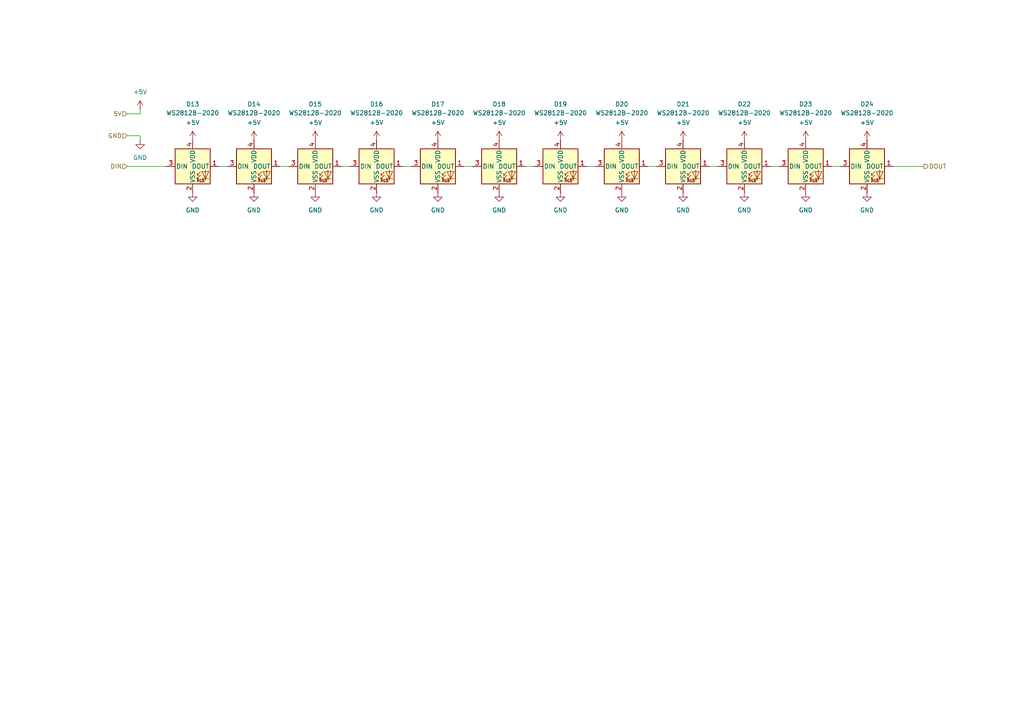
<source format=kicad_sch>
(kicad_sch (version 20250114) (generator "eeschema") (generator_version "9.0")
  (paper "A4")
  (lib_symbols
    (symbol "LED:WS2812B-2020" (pin_names (offset 0.254))
      (property "Reference" "D" (at 5.08 5.715 0))
      (property "Value" "WS2812B-2020" (at 1.27 -5.715 0))
      (symbol "WS2812B-2020_0_0"
        (text "RGB" (at 2.286 -4.191 0) (effects (font (size 0.762 0.762))))
      )
      (symbol "WS2812B-2020_0_1"
        (polyline (pts (xy 1.27 -2.54) (xy 1.778 -2.54)))
        (polyline (pts (xy 1.27 -3.556) (xy 1.778 -3.556)))
        (polyline (pts (xy 2.286 -1.524) (xy 1.27 -2.54) (xy 1.27 -2.032)))
        (polyline (pts (xy 2.286 -2.54) (xy 1.27 -3.556) (xy 1.27 -3.048)))
        (polyline (pts (xy 3.683 -1.016) (xy 3.683 -3.556) (xy 3.683 -4.064)))
        (polyline (pts (xy 4.699 -1.524) (xy 2.667 -1.524) (xy 3.683 -3.556) (xy 4.699 -1.524)))
        (polyline (pts (xy 4.699 -3.556) (xy 2.667 -3.556)))
        (rectangle (start 5.08 5.08) (end -5.08 -5.08) (stroke (width 0.254)) (fill (type background)))
      )
      (symbol "WS2812B-2020_1_1"
        (pin input line (at -7.62 0 0) (length 2.54) (name "DIN") (number "3"))
        (pin power_in line (at 0 7.62 270) (length 2.54) (name "VDD") (number "4"))
        (pin power_in line (at 0 -7.62 90) (length 2.54) (name "VSS") (number "2"))
        (pin output line (at 7.62 0 180) (length 2.54) (name "DOUT") (number "1"))
      )
    )
    (symbol "power:+5V" (power) (pin_numbers (hide yes)) (pin_names (offset 0) (hide yes))
      (property "Value" "+5V" (at 0 3.556 0))
      (symbol "+5V_0_1"
        (polyline (pts (xy -0.762 1.27) (xy 0 2.54)))
        (polyline (pts (xy 0 2.54) (xy 0.762 1.27)))
        (polyline (pts (xy 0 0) (xy 0 2.54)))
      )
      (symbol "+5V_1_1"
        (pin power_in line (at 0 0 90) (length 0) (name "~") (number "1"))
      )
    )
    (symbol "power:GND" (power) (pin_numbers (hide yes)) (pin_names (offset 0) (hide yes))
      (property "Value" "GND" (at 0 -3.81 0))
      (symbol "GND_0_1"
        (polyline (pts (xy 0 0) (xy 0 -1.27) (xy 1.27 -1.27) (xy 0 -2.54) (xy -1.27 -1.27) (xy 0 -1.27)))
      )
      (symbol "GND_1_1"
        (pin power_in line (at 0 0 270) (length 0) (name "~") (number "1"))
      )
    )
  )
  (wire (pts (xy 259.08 48.26) (xy 267.97 48.26)))
  (wire (pts (xy 40.64 40.64) (xy 40.64 39.37)))
  (wire (pts (xy 99.06 48.26) (xy 101.6 48.26)))
  (wire (pts (xy 116.84 48.26) (xy 119.38 48.26)))
  (wire (pts (xy 170.18 48.26) (xy 172.72 48.26)))
  (wire (pts (xy 63.5 48.26) (xy 66.04 48.26)))
  (wire (pts (xy 187.96 48.26) (xy 190.5 48.26)))
  (wire (pts (xy 40.64 31.75) (xy 40.64 33.02)))
  (wire (pts (xy 241.3 48.26) (xy 243.84 48.26)))
  (wire (pts (xy 81.28 48.26) (xy 83.82 48.26)))
  (wire (pts (xy 223.52 48.26) (xy 226.06 48.26)))
  (wire (pts (xy 40.64 39.37) (xy 36.83 39.37)))
  (wire (pts (xy 36.83 48.26) (xy 48.26 48.26)))
  (wire (pts (xy 134.62 48.26) (xy 137.16 48.26)))
  (wire (pts (xy 205.74 48.26) (xy 208.28 48.26)))
  (wire (pts (xy 40.64 33.02) (xy 36.83 33.02)))
  (wire (pts (xy 152.4 48.26) (xy 154.94 48.26)))
  (hierarchical_label "GND" (shape input) (at 36.83 39.37 180))
  (hierarchical_label "DOUT" (shape output) (at 267.97 48.26 0))
  (hierarchical_label "5V" (shape input) (at 36.83 33.02 180))
  (hierarchical_label "DIN" (shape input) (at 36.83 48.26 180))
  (symbol (lib_id "power:GND") (at 40.64 40.64 0) (unit 1)
    (property "Reference" "#PWR02" (effects (hide yes)))
    (property "Value" "GND" (at 40.64 45.72 0))
    (property "Description" "Power symbol creates a global label with name \"GND\" , ground" (effects (hide yes)))
    (instances (project "BLE_LED_Dongle" (path "" (reference "#PWR030") (unit 1)) (path "" (reference "#PWR0118") (unit 1)) (path "" (reference "#PWR0314") (unit 1)) (path "" (reference "#PWR062") (unit 1)) (path "" (reference "#PWR0146") (unit 1)) (path "" (reference "#PWR02") (unit 1)) (path "" (reference "#PWR0202") (unit 1)) (path "" (reference "#PWR0174") (unit 1)) (path "" (reference "#PWR0258") (unit 1)) (path "" (reference "#PWR0230") (unit 1)) (path "" (reference "#PWR090") (unit 1)) (path "" (reference "#PWR0286") (unit 1))))
  )
  (symbol (lib_id "power:+5V") (at 162.56 40.64 0) (unit 1)
    (property "Reference" "#PWR09" (effects (hide yes)))
    (property "Value" "+5V" (at 162.56 35.56 0))
    (property "Description" "Power symbol creates a global label with name \"+5V\"" (effects (hide yes)))
    (instances (project "BLE_LED_Dongle" (path "" (reference "#PWR037") (unit 1)) (path "" (reference "#PWR0125") (unit 1)) (path "" (reference "#PWR0321") (unit 1)) (path "" (reference "#PWR069") (unit 1)) (path "" (reference "#PWR0153") (unit 1)) (path "" (reference "#PWR09") (unit 1)) (path "" (reference "#PWR0209") (unit 1)) (path "" (reference "#PWR0181") (unit 1)) (path "" (reference "#PWR0265") (unit 1)) (path "" (reference "#PWR0237") (unit 1)) (path "" (reference "#PWR097") (unit 1)) (path "" (reference "#PWR0293") (unit 1))))
  )
  (symbol (lib_id "power:GND") (at 55.88 55.88 0) (unit 1)
    (property "Reference" "#PWR015" (effects (hide yes)))
    (property "Value" "GND" (at 55.88 60.96 0))
    (property "Description" "Power symbol creates a global label with name \"GND\" , ground" (effects (hide yes)))
    (instances (project "BLE_LED_Dongle" (path "" (reference "#PWR043") (unit 1)) (path "" (reference "#PWR0131") (unit 1)) (path "" (reference "#PWR0327") (unit 1)) (path "" (reference "#PWR075") (unit 1)) (path "" (reference "#PWR0159") (unit 1)) (path "" (reference "#PWR015") (unit 1)) (path "" (reference "#PWR0215") (unit 1)) (path "" (reference "#PWR0187") (unit 1)) (path "" (reference "#PWR0271") (unit 1)) (path "" (reference "#PWR0243") (unit 1)) (path "" (reference "#PWR0103") (unit 1)) (path "" (reference "#PWR0299") (unit 1))))
  )
  (symbol (lib_id "power:GND") (at 91.44 55.88 0) (unit 1)
    (property "Reference" "#PWR017" (effects (hide yes)))
    (property "Value" "GND" (at 91.44 60.96 0))
    (property "Description" "Power symbol creates a global label with name \"GND\" , ground" (effects (hide yes)))
    (instances (project "BLE_LED_Dongle" (path "" (reference "#PWR045") (unit 1)) (path "" (reference "#PWR0133") (unit 1)) (path "" (reference "#PWR0329") (unit 1)) (path "" (reference "#PWR077") (unit 1)) (path "" (reference "#PWR0161") (unit 1)) (path "" (reference "#PWR017") (unit 1)) (path "" (reference "#PWR0217") (unit 1)) (path "" (reference "#PWR0189") (unit 1)) (path "" (reference "#PWR0273") (unit 1)) (path "" (reference "#PWR0245") (unit 1)) (path "" (reference "#PWR0105") (unit 1)) (path "" (reference "#PWR0301") (unit 1))))
  )
  (symbol (lib_id "power:GND") (at 215.9 55.88 0) (unit 1)
    (property "Reference" "#PWR024" (effects (hide yes)))
    (property "Value" "GND" (at 215.9 60.96 0))
    (property "Description" "Power symbol creates a global label with name \"GND\" , ground" (effects (hide yes)))
    (instances (project "BLE_LED_Dongle" (path "" (reference "#PWR052") (unit 1)) (path "" (reference "#PWR0140") (unit 1)) (path "" (reference "#PWR0336") (unit 1)) (path "" (reference "#PWR084") (unit 1)) (path "" (reference "#PWR0168") (unit 1)) (path "" (reference "#PWR024") (unit 1)) (path "" (reference "#PWR0224") (unit 1)) (path "" (reference "#PWR0196") (unit 1)) (path "" (reference "#PWR0280") (unit 1)) (path "" (reference "#PWR0252") (unit 1)) (path "" (reference "#PWR0112") (unit 1)) (path "" (reference "#PWR0308") (unit 1))))
  )
  (symbol (lib_id "power:GND") (at 144.78 55.88 0) (unit 1)
    (property "Reference" "#PWR020" (effects (hide yes)))
    (property "Value" "GND" (at 144.78 60.96 0))
    (property "Description" "Power symbol creates a global label with name \"GND\" , ground" (effects (hide yes)))
    (instances (project "BLE_LED_Dongle" (path "" (reference "#PWR048") (unit 1)) (path "" (reference "#PWR0136") (unit 1)) (path "" (reference "#PWR0332") (unit 1)) (path "" (reference "#PWR080") (unit 1)) (path "" (reference "#PWR0164") (unit 1)) (path "" (reference "#PWR020") (unit 1)) (path "" (reference "#PWR0220") (unit 1)) (path "" (reference "#PWR0192") (unit 1)) (path "" (reference "#PWR0276") (unit 1)) (path "" (reference "#PWR0248") (unit 1)) (path "" (reference "#PWR0108") (unit 1)) (path "" (reference "#PWR0304") (unit 1))))
  )
  (symbol (lib_id "LED:WS2812B-2020") (at 233.68 48.26 0) (unit 1)
    (property "Reference" "D11" (at 233.68 30.226 0))
    (property "Value" "WS2812B-2020" (at 233.68 32.766 0))
    (property "Footprint" "LED_SMD:LED_WS2812B-2020_PLCC4_2.0x2.0mm" (effects (hide yes)))
    (property "Datasheet" "https://cdn-shop.adafruit.com/product-files/4684/4684_WS2812B-2020_V1.3_EN.pdf" (effects (hide yes)))
    (property "Description" "RGB LED with integrated controller, 2.0 x 2.0 mm, 12 mA" (effects (hide yes)))
    (property "LCSC" "C965555" (effects (hide yes)))
    (instances (project "BLE_LED_Dongle" (path "" (reference "D23") (unit 1)) (path "" (reference "D59") (unit 1)) (path "" (reference "D143") (unit 1)) (path "" (reference "D35") (unit 1)) (path "" (reference "D71") (unit 1)) (path "" (reference "D11") (unit 1)) (path "" (reference "D95") (unit 1)) (path "" (reference "D83") (unit 1)) (path "" (reference "D119") (unit 1)) (path "" (reference "D107") (unit 1)) (path "" (reference "D47") (unit 1)) (path "" (reference "D131") (unit 1))))
  )
  (symbol (lib_id "power:GND") (at 198.12 55.88 0) (unit 1)
    (property "Reference" "#PWR023" (effects (hide yes)))
    (property "Value" "GND" (at 198.12 60.96 0))
    (property "Description" "Power symbol creates a global label with name \"GND\" , ground" (effects (hide yes)))
    (instances (project "BLE_LED_Dongle" (path "" (reference "#PWR051") (unit 1)) (path "" (reference "#PWR0139") (unit 1)) (path "" (reference "#PWR0335") (unit 1)) (path "" (reference "#PWR083") (unit 1)) (path "" (reference "#PWR0167") (unit 1)) (path "" (reference "#PWR023") (unit 1)) (path "" (reference "#PWR0223") (unit 1)) (path "" (reference "#PWR0195") (unit 1)) (path "" (reference "#PWR0279") (unit 1)) (path "" (reference "#PWR0251") (unit 1)) (path "" (reference "#PWR0111") (unit 1)) (path "" (reference "#PWR0307") (unit 1))))
  )
  (symbol (lib_id "power:+5V") (at 91.44 40.64 0) (unit 1)
    (property "Reference" "#PWR05" (effects (hide yes)))
    (property "Value" "+5V" (at 91.44 35.56 0))
    (property "Description" "Power symbol creates a global label with name \"+5V\"" (effects (hide yes)))
    (instances (project "BLE_LED_Dongle" (path "" (reference "#PWR033") (unit 1)) (path "" (reference "#PWR0121") (unit 1)) (path "" (reference "#PWR0317") (unit 1)) (path "" (reference "#PWR065") (unit 1)) (path "" (reference "#PWR0149") (unit 1)) (path "" (reference "#PWR05") (unit 1)) (path "" (reference "#PWR0205") (unit 1)) (path "" (reference "#PWR0177") (unit 1)) (path "" (reference "#PWR0261") (unit 1)) (path "" (reference "#PWR0233") (unit 1)) (path "" (reference "#PWR093") (unit 1)) (path "" (reference "#PWR0289") (unit 1))))
  )
  (symbol (lib_id "power:+5V") (at 180.34 40.64 0) (unit 1)
    (property "Reference" "#PWR010" (effects (hide yes)))
    (property "Value" "+5V" (at 180.34 35.56 0))
    (property "Description" "Power symbol creates a global label with name \"+5V\"" (effects (hide yes)))
    (instances (project "BLE_LED_Dongle" (path "" (reference "#PWR038") (unit 1)) (path "" (reference "#PWR0126") (unit 1)) (path "" (reference "#PWR0322") (unit 1)) (path "" (reference "#PWR070") (unit 1)) (path "" (reference "#PWR0154") (unit 1)) (path "" (reference "#PWR010") (unit 1)) (path "" (reference "#PWR0210") (unit 1)) (path "" (reference "#PWR0182") (unit 1)) (path "" (reference "#PWR0266") (unit 1)) (path "" (reference "#PWR0238") (unit 1)) (path "" (reference "#PWR098") (unit 1)) (path "" (reference "#PWR0294") (unit 1))))
  )
  (symbol (lib_id "LED:WS2812B-2020") (at 55.88 48.26 0) (unit 1)
    (property "Reference" "D1" (at 55.88 30.226 0))
    (property "Value" "WS2812B-2020" (at 55.88 32.766 0))
    (property "Footprint" "LED_SMD:LED_WS2812B-2020_PLCC4_2.0x2.0mm" (effects (hide yes)))
    (property "Datasheet" "https://cdn-shop.adafruit.com/product-files/4684/4684_WS2812B-2020_V1.3_EN.pdf" (effects (hide yes)))
    (property "Description" "RGB LED with integrated controller, 2.0 x 2.0 mm, 12 mA" (effects (hide yes)))
    (property "LCSC" "C965555" (effects (hide yes)))
    (instances (project "BLE_LED_Dongle" (path "" (reference "D13") (unit 1)) (path "" (reference "D49") (unit 1)) (path "" (reference "D133") (unit 1)) (path "" (reference "D25") (unit 1)) (path "" (reference "D61") (unit 1)) (path "" (reference "D1") (unit 1)) (path "" (reference "D85") (unit 1)) (path "" (reference "D73") (unit 1)) (path "" (reference "D109") (unit 1)) (path "" (reference "D97") (unit 1)) (path "" (reference "D37") (unit 1)) (path "" (reference "D121") (unit 1))))
  )
  (symbol (lib_id "power:GND") (at 162.56 55.88 0) (unit 1)
    (property "Reference" "#PWR021" (effects (hide yes)))
    (property "Value" "GND" (at 162.56 60.96 0))
    (property "Description" "Power symbol creates a global label with name \"GND\" , ground" (effects (hide yes)))
    (instances (project "BLE_LED_Dongle" (path "" (reference "#PWR049") (unit 1)) (path "" (reference "#PWR0137") (unit 1)) (path "" (reference "#PWR0333") (unit 1)) (path "" (reference "#PWR081") (unit 1)) (path "" (reference "#PWR0165") (unit 1)) (path "" (reference "#PWR021") (unit 1)) (path "" (reference "#PWR0221") (unit 1)) (path "" (reference "#PWR0193") (unit 1)) (path "" (reference "#PWR0277") (unit 1)) (path "" (reference "#PWR0249") (unit 1)) (path "" (reference "#PWR0109") (unit 1)) (path "" (reference "#PWR0305") (unit 1))))
  )
  (symbol (lib_id "power:GND") (at 180.34 55.88 0) (unit 1)
    (property "Reference" "#PWR022" (effects (hide yes)))
    (property "Value" "GND" (at 180.34 60.96 0))
    (property "Description" "Power symbol creates a global label with name \"GND\" , ground" (effects (hide yes)))
    (instances (project "BLE_LED_Dongle" (path "" (reference "#PWR050") (unit 1)) (path "" (reference "#PWR0138") (unit 1)) (path "" (reference "#PWR0334") (unit 1)) (path "" (reference "#PWR082") (unit 1)) (path "" (reference "#PWR0166") (unit 1)) (path "" (reference "#PWR022") (unit 1)) (path "" (reference "#PWR0222") (unit 1)) (path "" (reference "#PWR0194") (unit 1)) (path "" (reference "#PWR0278") (unit 1)) (path "" (reference "#PWR0250") (unit 1)) (path "" (reference "#PWR0110") (unit 1)) (path "" (reference "#PWR0306") (unit 1))))
  )
  (symbol (lib_id "power:+5V") (at 55.88 40.64 0) (unit 1)
    (property "Reference" "#PWR03" (effects (hide yes)))
    (property "Value" "+5V" (at 55.88 35.56 0))
    (property "Description" "Power symbol creates a global label with name \"+5V\"" (effects (hide yes)))
    (instances (project "BLE_LED_Dongle" (path "" (reference "#PWR031") (unit 1)) (path "" (reference "#PWR0119") (unit 1)) (path "" (reference "#PWR0315") (unit 1)) (path "" (reference "#PWR063") (unit 1)) (path "" (reference "#PWR0147") (unit 1)) (path "" (reference "#PWR03") (unit 1)) (path "" (reference "#PWR0203") (unit 1)) (path "" (reference "#PWR0175") (unit 1)) (path "" (reference "#PWR0259") (unit 1)) (path "" (reference "#PWR0231") (unit 1)) (path "" (reference "#PWR091") (unit 1)) (path "" (reference "#PWR0287") (unit 1))))
  )
  (symbol (lib_id "power:GND") (at 127 55.88 0) (unit 1)
    (property "Reference" "#PWR019" (effects (hide yes)))
    (property "Value" "GND" (at 127 60.96 0))
    (property "Description" "Power symbol creates a global label with name \"GND\" , ground" (effects (hide yes)))
    (instances (project "BLE_LED_Dongle" (path "" (reference "#PWR047") (unit 1)) (path "" (reference "#PWR0135") (unit 1)) (path "" (reference "#PWR0331") (unit 1)) (path "" (reference "#PWR079") (unit 1)) (path "" (reference "#PWR0163") (unit 1)) (path "" (reference "#PWR019") (unit 1)) (path "" (reference "#PWR0219") (unit 1)) (path "" (reference "#PWR0191") (unit 1)) (path "" (reference "#PWR0275") (unit 1)) (path "" (reference "#PWR0247") (unit 1)) (path "" (reference "#PWR0107") (unit 1)) (path "" (reference "#PWR0303") (unit 1))))
  )
  (symbol (lib_id "power:+5V") (at 198.12 40.64 0) (unit 1)
    (property "Reference" "#PWR011" (effects (hide yes)))
    (property "Value" "+5V" (at 198.12 35.56 0))
    (property "Description" "Power symbol creates a global label with name \"+5V\"" (effects (hide yes)))
    (instances (project "BLE_LED_Dongle" (path "" (reference "#PWR039") (unit 1)) (path "" (reference "#PWR0127") (unit 1)) (path "" (reference "#PWR0323") (unit 1)) (path "" (reference "#PWR071") (unit 1)) (path "" (reference "#PWR0155") (unit 1)) (path "" (reference "#PWR011") (unit 1)) (path "" (reference "#PWR0211") (unit 1)) (path "" (reference "#PWR0183") (unit 1)) (path "" (reference "#PWR0267") (unit 1)) (path "" (reference "#PWR0239") (unit 1)) (path "" (reference "#PWR099") (unit 1)) (path "" (reference "#PWR0295") (unit 1))))
  )
  (symbol (lib_id "LED:WS2812B-2020") (at 91.44 48.26 0) (unit 1)
    (property "Reference" "D3" (at 91.44 30.226 0))
    (property "Value" "WS2812B-2020" (at 91.44 32.766 0))
    (property "Footprint" "LED_SMD:LED_WS2812B-2020_PLCC4_2.0x2.0mm" (effects (hide yes)))
    (property "Datasheet" "https://cdn-shop.adafruit.com/product-files/4684/4684_WS2812B-2020_V1.3_EN.pdf" (effects (hide yes)))
    (property "Description" "RGB LED with integrated controller, 2.0 x 2.0 mm, 12 mA" (effects (hide yes)))
    (property "LCSC" "C965555" (effects (hide yes)))
    (instances (project "BLE_LED_Dongle" (path "" (reference "D15") (unit 1)) (path "" (reference "D51") (unit 1)) (path "" (reference "D135") (unit 1)) (path "" (reference "D27") (unit 1)) (path "" (reference "D63") (unit 1)) (path "" (reference "D3") (unit 1)) (path "" (reference "D87") (unit 1)) (path "" (reference "D75") (unit 1)) (path "" (reference "D111") (unit 1)) (path "" (reference "D99") (unit 1)) (path "" (reference "D39") (unit 1)) (path "" (reference "D123") (unit 1))))
  )
  (symbol (lib_id "LED:WS2812B-2020") (at 198.12 48.26 0) (unit 1)
    (property "Reference" "D9" (at 198.12 30.226 0))
    (property "Value" "WS2812B-2020" (at 198.12 32.766 0))
    (property "Footprint" "LED_SMD:LED_WS2812B-2020_PLCC4_2.0x2.0mm" (effects (hide yes)))
    (property "Datasheet" "https://cdn-shop.adafruit.com/product-files/4684/4684_WS2812B-2020_V1.3_EN.pdf" (effects (hide yes)))
    (property "Description" "RGB LED with integrated controller, 2.0 x 2.0 mm, 12 mA" (effects (hide yes)))
    (property "LCSC" "C965555" (effects (hide yes)))
    (instances (project "BLE_LED_Dongle" (path "" (reference "D21") (unit 1)) (path "" (reference "D57") (unit 1)) (path "" (reference "D141") (unit 1)) (path "" (reference "D33") (unit 1)) (path "" (reference "D69") (unit 1)) (path "" (reference "D9") (unit 1)) (path "" (reference "D93") (unit 1)) (path "" (reference "D81") (unit 1)) (path "" (reference "D117") (unit 1)) (path "" (reference "D105") (unit 1)) (path "" (reference "D45") (unit 1)) (path "" (reference "D129") (unit 1))))
  )
  (symbol (lib_id "power:+5V") (at 215.9 40.64 0) (unit 1)
    (property "Reference" "#PWR012" (effects (hide yes)))
    (property "Value" "+5V" (at 215.9 35.56 0))
    (property "Description" "Power symbol creates a global label with name \"+5V\"" (effects (hide yes)))
    (instances (project "BLE_LED_Dongle" (path "" (reference "#PWR040") (unit 1)) (path "" (reference "#PWR0128") (unit 1)) (path "" (reference "#PWR0324") (unit 1)) (path "" (reference "#PWR072") (unit 1)) (path "" (reference "#PWR0156") (unit 1)) (path "" (reference "#PWR012") (unit 1)) (path "" (reference "#PWR0212") (unit 1)) (path "" (reference "#PWR0184") (unit 1)) (path "" (reference "#PWR0268") (unit 1)) (path "" (reference "#PWR0240") (unit 1)) (path "" (reference "#PWR0100") (unit 1)) (path "" (reference "#PWR0296") (unit 1))))
  )
  (symbol (lib_id "power:+5V") (at 40.64 31.75 0) (unit 1)
    (property "Reference" "#PWR01" (effects (hide yes)))
    (property "Value" "+5V" (at 40.64 26.67 0))
    (property "Description" "Power symbol creates a global label with name \"+5V\"" (effects (hide yes)))
    (instances (project "BLE_LED_Dongle" (path "" (reference "#PWR029") (unit 1)) (path "" (reference "#PWR0117") (unit 1)) (path "" (reference "#PWR0313") (unit 1)) (path "" (reference "#PWR061") (unit 1)) (path "" (reference "#PWR0145") (unit 1)) (path "" (reference "#PWR01") (unit 1)) (path "" (reference "#PWR0201") (unit 1)) (path "" (reference "#PWR0173") (unit 1)) (path "" (reference "#PWR0257") (unit 1)) (path "" (reference "#PWR0229") (unit 1)) (path "" (reference "#PWR089") (unit 1)) (path "" (reference "#PWR0285") (unit 1))))
  )
  (symbol (lib_id "power:GND") (at 109.22 55.88 0) (unit 1)
    (property "Reference" "#PWR018" (effects (hide yes)))
    (property "Value" "GND" (at 109.22 60.96 0))
    (property "Description" "Power symbol creates a global label with name \"GND\" , ground" (effects (hide yes)))
    (instances (project "BLE_LED_Dongle" (path "" (reference "#PWR046") (unit 1)) (path "" (reference "#PWR0134") (unit 1)) (path "" (reference "#PWR0330") (unit 1)) (path "" (reference "#PWR078") (unit 1)) (path "" (reference "#PWR0162") (unit 1)) (path "" (reference "#PWR018") (unit 1)) (path "" (reference "#PWR0218") (unit 1)) (path "" (reference "#PWR0190") (unit 1)) (path "" (reference "#PWR0274") (unit 1)) (path "" (reference "#PWR0246") (unit 1)) (path "" (reference "#PWR0106") (unit 1)) (path "" (reference "#PWR0302") (unit 1))))
  )
  (symbol (lib_id "power:+5V") (at 233.68 40.64 0) (unit 1)
    (property "Reference" "#PWR013" (effects (hide yes)))
    (property "Value" "+5V" (at 233.68 35.56 0))
    (property "Description" "Power symbol creates a global label with name \"+5V\"" (effects (hide yes)))
    (instances (project "BLE_LED_Dongle" (path "" (reference "#PWR041") (unit 1)) (path "" (reference "#PWR0129") (unit 1)) (path "" (reference "#PWR0325") (unit 1)) (path "" (reference "#PWR073") (unit 1)) (path "" (reference "#PWR0157") (unit 1)) (path "" (reference "#PWR013") (unit 1)) (path "" (reference "#PWR0213") (unit 1)) (path "" (reference "#PWR0185") (unit 1)) (path "" (reference "#PWR0269") (unit 1)) (path "" (reference "#PWR0241") (unit 1)) (path "" (reference "#PWR0101") (unit 1)) (path "" (reference "#PWR0297") (unit 1))))
  )
  (symbol (lib_id "power:GND") (at 73.66 55.88 0) (unit 1)
    (property "Reference" "#PWR016" (effects (hide yes)))
    (property "Value" "GND" (at 73.66 60.96 0))
    (property "Description" "Power symbol creates a global label with name \"GND\" , ground" (effects (hide yes)))
    (instances (project "BLE_LED_Dongle" (path "" (reference "#PWR044") (unit 1)) (path "" (reference "#PWR0132") (unit 1)) (path "" (reference "#PWR0328") (unit 1)) (path "" (reference "#PWR076") (unit 1)) (path "" (reference "#PWR0160") (unit 1)) (path "" (reference "#PWR016") (unit 1)) (path "" (reference "#PWR0216") (unit 1)) (path "" (reference "#PWR0188") (unit 1)) (path "" (reference "#PWR0272") (unit 1)) (path "" (reference "#PWR0244") (unit 1)) (path "" (reference "#PWR0104") (unit 1)) (path "" (reference "#PWR0300") (unit 1))))
  )
  (symbol (lib_id "power:+5V") (at 73.66 40.64 0) (unit 1)
    (property "Reference" "#PWR04" (effects (hide yes)))
    (property "Value" "+5V" (at 73.66 35.56 0))
    (property "Description" "Power symbol creates a global label with name \"+5V\"" (effects (hide yes)))
    (instances (project "BLE_LED_Dongle" (path "" (reference "#PWR032") (unit 1)) (path "" (reference "#PWR0120") (unit 1)) (path "" (reference "#PWR0316") (unit 1)) (path "" (reference "#PWR064") (unit 1)) (path "" (reference "#PWR0148") (unit 1)) (path "" (reference "#PWR04") (unit 1)) (path "" (reference "#PWR0204") (unit 1)) (path "" (reference "#PWR0176") (unit 1)) (path "" (reference "#PWR0260") (unit 1)) (path "" (reference "#PWR0232") (unit 1)) (path "" (reference "#PWR092") (unit 1)) (path "" (reference "#PWR0288") (unit 1))))
  )
  (symbol (lib_id "LED:WS2812B-2020") (at 251.46 48.26 0) (unit 1)
    (property "Reference" "D12" (at 251.46 30.226 0))
    (property "Value" "WS2812B-2020" (at 251.46 32.766 0))
    (property "Footprint" "LED_SMD:LED_WS2812B-2020_PLCC4_2.0x2.0mm" (effects (hide yes)))
    (property "Datasheet" "https://cdn-shop.adafruit.com/product-files/4684/4684_WS2812B-2020_V1.3_EN.pdf" (effects (hide yes)))
    (property "Description" "RGB LED with integrated controller, 2.0 x 2.0 mm, 12 mA" (effects (hide yes)))
    (property "LCSC" "C965555" (effects (hide yes)))
    (instances (project "BLE_LED_Dongle" (path "" (reference "D24") (unit 1)) (path "" (reference "D60") (unit 1)) (path "" (reference "D144") (unit 1)) (path "" (reference "D36") (unit 1)) (path "" (reference "D72") (unit 1)) (path "" (reference "D12") (unit 1)) (path "" (reference "D96") (unit 1)) (path "" (reference "D84") (unit 1)) (path "" (reference "D120") (unit 1)) (path "" (reference "D108") (unit 1)) (path "" (reference "D48") (unit 1)) (path "" (reference "D132") (unit 1))))
  )
  (symbol (lib_id "power:GND") (at 233.68 55.88 0) (unit 1)
    (property "Reference" "#PWR025" (effects (hide yes)))
    (property "Value" "GND" (at 233.68 60.96 0))
    (property "Description" "Power symbol creates a global label with name \"GND\" , ground" (effects (hide yes)))
    (instances (project "BLE_LED_Dongle" (path "" (reference "#PWR055") (unit 1)) (path "" (reference "#PWR0141") (unit 1)) (path "" (reference "#PWR0337") (unit 1)) (path "" (reference "#PWR085") (unit 1)) (path "" (reference "#PWR0169") (unit 1)) (path "" (reference "#PWR025") (unit 1)) (path "" (reference "#PWR0225") (unit 1)) (path "" (reference "#PWR0197") (unit 1)) (path "" (reference "#PWR0281") (unit 1)) (path "" (reference "#PWR0253") (unit 1)) (path "" (reference "#PWR0113") (unit 1)) (path "" (reference "#PWR0309") (unit 1))))
  )
  (symbol (lib_id "LED:WS2812B-2020") (at 144.78 48.26 0) (unit 1)
    (property "Reference" "D6" (at 144.78 30.226 0))
    (property "Value" "WS2812B-2020" (at 144.78 32.766 0))
    (property "Footprint" "LED_SMD:LED_WS2812B-2020_PLCC4_2.0x2.0mm" (effects (hide yes)))
    (property "Datasheet" "https://cdn-shop.adafruit.com/product-files/4684/4684_WS2812B-2020_V1.3_EN.pdf" (effects (hide yes)))
    (property "Description" "RGB LED with integrated controller, 2.0 x 2.0 mm, 12 mA" (effects (hide yes)))
    (property "LCSC" "C965555" (effects (hide yes)))
    (instances (project "BLE_LED_Dongle" (path "" (reference "D18") (unit 1)) (path "" (reference "D54") (unit 1)) (path "" (reference "D138") (unit 1)) (path "" (reference "D30") (unit 1)) (path "" (reference "D66") (unit 1)) (path "" (reference "D6") (unit 1)) (path "" (reference "D90") (unit 1)) (path "" (reference "D78") (unit 1)) (path "" (reference "D114") (unit 1)) (path "" (reference "D102") (unit 1)) (path "" (reference "D42") (unit 1)) (path "" (reference "D126") (unit 1))))
  )
  (symbol (lib_id "power:+5V") (at 109.22 40.64 0) (unit 1)
    (property "Reference" "#PWR06" (effects (hide yes)))
    (property "Value" "+5V" (at 109.22 35.56 0))
    (property "Description" "Power symbol creates a global label with name \"+5V\"" (effects (hide yes)))
    (instances (project "BLE_LED_Dongle" (path "" (reference "#PWR034") (unit 1)) (path "" (reference "#PWR0122") (unit 1)) (path "" (reference "#PWR0318") (unit 1)) (path "" (reference "#PWR066") (unit 1)) (path "" (reference "#PWR0150") (unit 1)) (path "" (reference "#PWR06") (unit 1)) (path "" (reference "#PWR0206") (unit 1)) (path "" (reference "#PWR0178") (unit 1)) (path "" (reference "#PWR0262") (unit 1)) (path "" (reference "#PWR0234") (unit 1)) (path "" (reference "#PWR094") (unit 1)) (path "" (reference "#PWR0290") (unit 1))))
  )
  (symbol (lib_id "power:+5V") (at 251.46 40.64 0) (unit 1)
    (property "Reference" "#PWR014" (effects (hide yes)))
    (property "Value" "+5V" (at 251.46 35.56 0))
    (property "Description" "Power symbol creates a global label with name \"+5V\"" (effects (hide yes)))
    (instances (project "BLE_LED_Dongle" (path "" (reference "#PWR042") (unit 1)) (path "" (reference "#PWR0130") (unit 1)) (path "" (reference "#PWR0326") (unit 1)) (path "" (reference "#PWR074") (unit 1)) (path "" (reference "#PWR0158") (unit 1)) (path "" (reference "#PWR014") (unit 1)) (path "" (reference "#PWR0214") (unit 1)) (path "" (reference "#PWR0186") (unit 1)) (path "" (reference "#PWR0270") (unit 1)) (path "" (reference "#PWR0242") (unit 1)) (path "" (reference "#PWR0102") (unit 1)) (path "" (reference "#PWR0298") (unit 1))))
  )
  (symbol (lib_id "power:+5V") (at 127 40.64 0) (unit 1)
    (property "Reference" "#PWR07" (effects (hide yes)))
    (property "Value" "+5V" (at 127 35.56 0))
    (property "Description" "Power symbol creates a global label with name \"+5V\"" (effects (hide yes)))
    (instances (project "BLE_LED_Dongle" (path "" (reference "#PWR035") (unit 1)) (path "" (reference "#PWR0123") (unit 1)) (path "" (reference "#PWR0319") (unit 1)) (path "" (reference "#PWR067") (unit 1)) (path "" (reference "#PWR0151") (unit 1)) (path "" (reference "#PWR07") (unit 1)) (path "" (reference "#PWR0207") (unit 1)) (path "" (reference "#PWR0179") (unit 1)) (path "" (reference "#PWR0263") (unit 1)) (path "" (reference "#PWR0235") (unit 1)) (path "" (reference "#PWR095") (unit 1)) (path "" (reference "#PWR0291") (unit 1))))
  )
  (symbol (lib_id "LED:WS2812B-2020") (at 162.56 48.26 0) (unit 1)
    (property "Reference" "D7" (at 162.56 30.226 0))
    (property "Value" "WS2812B-2020" (at 162.56 32.766 0))
    (property "Footprint" "LED_SMD:LED_WS2812B-2020_PLCC4_2.0x2.0mm" (effects (hide yes)))
    (property "Datasheet" "https://cdn-shop.adafruit.com/product-files/4684/4684_WS2812B-2020_V1.3_EN.pdf" (effects (hide yes)))
    (property "Description" "RGB LED with integrated controller, 2.0 x 2.0 mm, 12 mA" (effects (hide yes)))
    (property "LCSC" "C965555" (effects (hide yes)))
    (instances (project "BLE_LED_Dongle" (path "" (reference "D19") (unit 1)) (path "" (reference "D55") (unit 1)) (path "" (reference "D139") (unit 1)) (path "" (reference "D31") (unit 1)) (path "" (reference "D67") (unit 1)) (path "" (reference "D7") (unit 1)) (path "" (reference "D91") (unit 1)) (path "" (reference "D79") (unit 1)) (path "" (reference "D115") (unit 1)) (path "" (reference "D103") (unit 1)) (path "" (reference "D43") (unit 1)) (path "" (reference "D127") (unit 1))))
  )
  (symbol (lib_id "LED:WS2812B-2020") (at 180.34 48.26 0) (unit 1)
    (property "Reference" "D8" (at 180.34 30.226 0))
    (property "Value" "WS2812B-2020" (at 180.34 32.766 0))
    (property "Footprint" "LED_SMD:LED_WS2812B-2020_PLCC4_2.0x2.0mm" (effects (hide yes)))
    (property "Datasheet" "https://cdn-shop.adafruit.com/product-files/4684/4684_WS2812B-2020_V1.3_EN.pdf" (effects (hide yes)))
    (property "Description" "RGB LED with integrated controller, 2.0 x 2.0 mm, 12 mA" (effects (hide yes)))
    (property "LCSC" "C965555" (effects (hide yes)))
    (instances (project "BLE_LED_Dongle" (path "" (reference "D20") (unit 1)) (path "" (reference "D56") (unit 1)) (path "" (reference "D140") (unit 1)) (path "" (reference "D32") (unit 1)) (path "" (reference "D68") (unit 1)) (path "" (reference "D8") (unit 1)) (path "" (reference "D92") (unit 1)) (path "" (reference "D80") (unit 1)) (path "" (reference "D116") (unit 1)) (path "" (reference "D104") (unit 1)) (path "" (reference "D44") (unit 1)) (path "" (reference "D128") (unit 1))))
  )
  (symbol (lib_id "LED:WS2812B-2020") (at 215.9 48.26 0) (unit 1)
    (property "Reference" "D10" (at 215.9 30.226 0))
    (property "Value" "WS2812B-2020" (at 215.9 32.766 0))
    (property "Footprint" "LED_SMD:LED_WS2812B-2020_PLCC4_2.0x2.0mm" (effects (hide yes)))
    (property "Datasheet" "https://cdn-shop.adafruit.com/product-files/4684/4684_WS2812B-2020_V1.3_EN.pdf" (effects (hide yes)))
    (property "Description" "RGB LED with integrated controller, 2.0 x 2.0 mm, 12 mA" (effects (hide yes)))
    (property "LCSC" "C965555" (effects (hide yes)))
    (instances (project "BLE_LED_Dongle" (path "" (reference "D22") (unit 1)) (path "" (reference "D58") (unit 1)) (path "" (reference "D142") (unit 1)) (path "" (reference "D34") (unit 1)) (path "" (reference "D70") (unit 1)) (path "" (reference "D10") (unit 1)) (path "" (reference "D94") (unit 1)) (path "" (reference "D82") (unit 1)) (path "" (reference "D118") (unit 1)) (path "" (reference "D106") (unit 1)) (path "" (reference "D46") (unit 1)) (path "" (reference "D130") (unit 1))))
  )
  (symbol (lib_id "power:+5V") (at 144.78 40.64 0) (unit 1)
    (property "Reference" "#PWR08" (effects (hide yes)))
    (property "Value" "+5V" (at 144.78 35.56 0))
    (property "Description" "Power symbol creates a global label with name \"+5V\"" (effects (hide yes)))
    (instances (project "BLE_LED_Dongle" (path "" (reference "#PWR036") (unit 1)) (path "" (reference "#PWR0124") (unit 1)) (path "" (reference "#PWR0320") (unit 1)) (path "" (reference "#PWR068") (unit 1)) (path "" (reference "#PWR0152") (unit 1)) (path "" (reference "#PWR08") (unit 1)) (path "" (reference "#PWR0208") (unit 1)) (path "" (reference "#PWR0180") (unit 1)) (path "" (reference "#PWR0264") (unit 1)) (path "" (reference "#PWR0236") (unit 1)) (path "" (reference "#PWR096") (unit 1)) (path "" (reference "#PWR0292") (unit 1))))
  )
  (symbol (lib_id "LED:WS2812B-2020") (at 127 48.26 0) (unit 1)
    (property "Reference" "D5" (at 127 30.226 0))
    (property "Value" "WS2812B-2020" (at 127 32.766 0))
    (property "Footprint" "LED_SMD:LED_WS2812B-2020_PLCC4_2.0x2.0mm" (effects (hide yes)))
    (property "Datasheet" "https://cdn-shop.adafruit.com/product-files/4684/4684_WS2812B-2020_V1.3_EN.pdf" (effects (hide yes)))
    (property "Description" "RGB LED with integrated controller, 2.0 x 2.0 mm, 12 mA" (effects (hide yes)))
    (property "LCSC" "C965555" (effects (hide yes)))
    (instances (project "BLE_LED_Dongle" (path "" (reference "D17") (unit 1)) (path "" (reference "D53") (unit 1)) (path "" (reference "D137") (unit 1)) (path "" (reference "D29") (unit 1)) (path "" (reference "D65") (unit 1)) (path "" (reference "D5") (unit 1)) (path "" (reference "D89") (unit 1)) (path "" (reference "D77") (unit 1)) (path "" (reference "D113") (unit 1)) (path "" (reference "D101") (unit 1)) (path "" (reference "D41") (unit 1)) (path "" (reference "D125") (unit 1))))
  )
  (symbol (lib_id "LED:WS2812B-2020") (at 73.66 48.26 0) (unit 1)
    (property "Reference" "D2" (at 73.66 30.226 0))
    (property "Value" "WS2812B-2020" (at 73.66 32.766 0))
    (property "Footprint" "LED_SMD:LED_WS2812B-2020_PLCC4_2.0x2.0mm" (effects (hide yes)))
    (property "Datasheet" "https://cdn-shop.adafruit.com/product-files/4684/4684_WS2812B-2020_V1.3_EN.pdf" (effects (hide yes)))
    (property "Description" "RGB LED with integrated controller, 2.0 x 2.0 mm, 12 mA" (effects (hide yes)))
    (property "LCSC" "C965555" (effects (hide yes)))
    (instances (project "BLE_LED_Dongle" (path "" (reference "D14") (unit 1)) (path "" (reference "D50") (unit 1)) (path "" (reference "D134") (unit 1)) (path "" (reference "D26") (unit 1)) (path "" (reference "D62") (unit 1)) (path "" (reference "D2") (unit 1)) (path "" (reference "D86") (unit 1)) (path "" (reference "D74") (unit 1)) (path "" (reference "D110") (unit 1)) (path "" (reference "D98") (unit 1)) (path "" (reference "D38") (unit 1)) (path "" (reference "D122") (unit 1))))
  )
  (symbol (lib_id "LED:WS2812B-2020") (at 109.22 48.26 0) (unit 1)
    (property "Reference" "D4" (at 109.22 30.226 0))
    (property "Value" "WS2812B-2020" (at 109.22 32.766 0))
    (property "Footprint" "LED_SMD:LED_WS2812B-2020_PLCC4_2.0x2.0mm" (effects (hide yes)))
    (property "Datasheet" "https://cdn-shop.adafruit.com/product-files/4684/4684_WS2812B-2020_V1.3_EN.pdf" (effects (hide yes)))
    (property "Description" "RGB LED with integrated controller, 2.0 x 2.0 mm, 12 mA" (effects (hide yes)))
    (property "LCSC" "C965555" (effects (hide yes)))
    (instances (project "BLE_LED_Dongle" (path "" (reference "D16") (unit 1)) (path "" (reference "D52") (unit 1)) (path "" (reference "D136") (unit 1)) (path "" (reference "D28") (unit 1)) (path "" (reference "D64") (unit 1)) (path "" (reference "D4") (unit 1)) (path "" (reference "D88") (unit 1)) (path "" (reference "D76") (unit 1)) (path "" (reference "D112") (unit 1)) (path "" (reference "D100") (unit 1)) (path "" (reference "D40") (unit 1)) (path "" (reference "D124") (unit 1))))
  )
  (symbol (lib_id "power:GND") (at 251.46 55.88 0) (unit 1)
    (property "Reference" "#PWR026" (effects (hide yes)))
    (property "Value" "GND" (at 251.46 60.96 0))
    (property "Description" "Power symbol creates a global label with name \"GND\" , ground" (effects (hide yes)))
    (instances (project "BLE_LED_Dongle" (path "" (reference "#PWR056") (unit 1)) (path "" (reference "#PWR0142") (unit 1)) (path "" (reference "#PWR0338") (unit 1)) (path "" (reference "#PWR086") (unit 1)) (path "" (reference "#PWR0170") (unit 1)) (path "" (reference "#PWR026") (unit 1)) (path "" (reference "#PWR0226") (unit 1)) (path "" (reference "#PWR0198") (unit 1)) (path "" (reference "#PWR0282") (unit 1)) (path "" (reference "#PWR0254") (unit 1)) (path "" (reference "#PWR0114") (unit 1)) (path "" (reference "#PWR0310") (unit 1))))
  )
)
</source>
